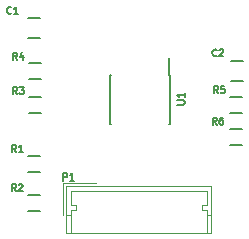
<source format=gto>
G04 #@! TF.FileFunction,Legend,Top*
%FSLAX46Y46*%
G04 Gerber Fmt 4.6, Leading zero omitted, Abs format (unit mm)*
G04 Created by KiCad (PCBNEW 4.0.4-1.fc24-product) date Fri Jan 12 12:54:40 2018*
%MOMM*%
%LPD*%
G01*
G04 APERTURE LIST*
%ADD10C,0.100000*%
%ADD11C,0.150000*%
%ADD12C,0.120000*%
G04 APERTURE END LIST*
D10*
D11*
X146600000Y-60050000D02*
X145600000Y-60050000D01*
X145600000Y-61750000D02*
X146600000Y-61750000D01*
X162800000Y-65350000D02*
X163800000Y-65350000D01*
X163800000Y-63650000D02*
X162800000Y-63650000D01*
X146600000Y-73075000D02*
X145600000Y-73075000D01*
X145600000Y-71725000D02*
X146600000Y-71725000D01*
X145600000Y-75025000D02*
X146600000Y-75025000D01*
X146600000Y-76375000D02*
X145600000Y-76375000D01*
X146700000Y-68075000D02*
X145700000Y-68075000D01*
X145700000Y-66725000D02*
X146700000Y-66725000D01*
X146700000Y-65175000D02*
X145700000Y-65175000D01*
X145700000Y-63825000D02*
X146700000Y-63825000D01*
X162700000Y-66725000D02*
X163700000Y-66725000D01*
X163700000Y-68075000D02*
X162700000Y-68075000D01*
X162700000Y-69425000D02*
X163700000Y-69425000D01*
X163700000Y-70775000D02*
X162700000Y-70775000D01*
X157675000Y-64825000D02*
X157530000Y-64825000D01*
X157675000Y-68975000D02*
X157530000Y-68975000D01*
X152525000Y-68975000D02*
X152670000Y-68975000D01*
X152525000Y-64825000D02*
X152670000Y-64825000D01*
X157675000Y-64825000D02*
X157675000Y-68975000D01*
X152525000Y-64825000D02*
X152525000Y-68975000D01*
X157530000Y-64825000D02*
X157530000Y-63425000D01*
D12*
X148850000Y-74250000D02*
X148850000Y-78200000D01*
X148850000Y-78200000D02*
X161150000Y-78200000D01*
X161150000Y-78200000D02*
X161150000Y-74250000D01*
X161150000Y-74250000D02*
X148850000Y-74250000D01*
X151350000Y-74000000D02*
X148600000Y-74000000D01*
X148600000Y-74000000D02*
X148600000Y-76750000D01*
X148850000Y-76700000D02*
X149250000Y-76700000D01*
X161150000Y-76700000D02*
X160750000Y-76700000D01*
X155000000Y-74650000D02*
X149250000Y-74650000D01*
X149250000Y-74650000D02*
X149250000Y-75900000D01*
X149250000Y-75900000D02*
X149650000Y-75900000D01*
X149650000Y-75900000D02*
X149650000Y-76300000D01*
X149650000Y-76300000D02*
X149250000Y-76300000D01*
X149250000Y-76300000D02*
X149250000Y-78200000D01*
X155000000Y-74650000D02*
X160750000Y-74650000D01*
X160750000Y-74650000D02*
X160750000Y-75900000D01*
X160750000Y-75900000D02*
X160350000Y-75900000D01*
X160350000Y-75900000D02*
X160350000Y-76300000D01*
X160350000Y-76300000D02*
X160750000Y-76300000D01*
X160750000Y-76300000D02*
X160750000Y-78200000D01*
D11*
X144200000Y-59614286D02*
X144171429Y-59642857D01*
X144085715Y-59671429D01*
X144028572Y-59671429D01*
X143942857Y-59642857D01*
X143885715Y-59585714D01*
X143857143Y-59528571D01*
X143828572Y-59414286D01*
X143828572Y-59328571D01*
X143857143Y-59214286D01*
X143885715Y-59157143D01*
X143942857Y-59100000D01*
X144028572Y-59071429D01*
X144085715Y-59071429D01*
X144171429Y-59100000D01*
X144200000Y-59128571D01*
X144771429Y-59671429D02*
X144428572Y-59671429D01*
X144600000Y-59671429D02*
X144600000Y-59071429D01*
X144542857Y-59157143D01*
X144485715Y-59214286D01*
X144428572Y-59242857D01*
X161600000Y-63214286D02*
X161571429Y-63242857D01*
X161485715Y-63271429D01*
X161428572Y-63271429D01*
X161342857Y-63242857D01*
X161285715Y-63185714D01*
X161257143Y-63128571D01*
X161228572Y-63014286D01*
X161228572Y-62928571D01*
X161257143Y-62814286D01*
X161285715Y-62757143D01*
X161342857Y-62700000D01*
X161428572Y-62671429D01*
X161485715Y-62671429D01*
X161571429Y-62700000D01*
X161600000Y-62728571D01*
X161828572Y-62728571D02*
X161857143Y-62700000D01*
X161914286Y-62671429D01*
X162057143Y-62671429D01*
X162114286Y-62700000D01*
X162142857Y-62728571D01*
X162171429Y-62785714D01*
X162171429Y-62842857D01*
X162142857Y-62928571D01*
X161800000Y-63271429D01*
X162171429Y-63271429D01*
X144600000Y-71371429D02*
X144400000Y-71085714D01*
X144257143Y-71371429D02*
X144257143Y-70771429D01*
X144485715Y-70771429D01*
X144542857Y-70800000D01*
X144571429Y-70828571D01*
X144600000Y-70885714D01*
X144600000Y-70971429D01*
X144571429Y-71028571D01*
X144542857Y-71057143D01*
X144485715Y-71085714D01*
X144257143Y-71085714D01*
X145171429Y-71371429D02*
X144828572Y-71371429D01*
X145000000Y-71371429D02*
X145000000Y-70771429D01*
X144942857Y-70857143D01*
X144885715Y-70914286D01*
X144828572Y-70942857D01*
X144600000Y-74671429D02*
X144400000Y-74385714D01*
X144257143Y-74671429D02*
X144257143Y-74071429D01*
X144485715Y-74071429D01*
X144542857Y-74100000D01*
X144571429Y-74128571D01*
X144600000Y-74185714D01*
X144600000Y-74271429D01*
X144571429Y-74328571D01*
X144542857Y-74357143D01*
X144485715Y-74385714D01*
X144257143Y-74385714D01*
X144828572Y-74128571D02*
X144857143Y-74100000D01*
X144914286Y-74071429D01*
X145057143Y-74071429D01*
X145114286Y-74100000D01*
X145142857Y-74128571D01*
X145171429Y-74185714D01*
X145171429Y-74242857D01*
X145142857Y-74328571D01*
X144800000Y-74671429D01*
X145171429Y-74671429D01*
X144700000Y-66471429D02*
X144500000Y-66185714D01*
X144357143Y-66471429D02*
X144357143Y-65871429D01*
X144585715Y-65871429D01*
X144642857Y-65900000D01*
X144671429Y-65928571D01*
X144700000Y-65985714D01*
X144700000Y-66071429D01*
X144671429Y-66128571D01*
X144642857Y-66157143D01*
X144585715Y-66185714D01*
X144357143Y-66185714D01*
X144900000Y-65871429D02*
X145271429Y-65871429D01*
X145071429Y-66100000D01*
X145157143Y-66100000D01*
X145214286Y-66128571D01*
X145242857Y-66157143D01*
X145271429Y-66214286D01*
X145271429Y-66357143D01*
X145242857Y-66414286D01*
X145214286Y-66442857D01*
X145157143Y-66471429D01*
X144985715Y-66471429D01*
X144928572Y-66442857D01*
X144900000Y-66414286D01*
X144700000Y-63571429D02*
X144500000Y-63285714D01*
X144357143Y-63571429D02*
X144357143Y-62971429D01*
X144585715Y-62971429D01*
X144642857Y-63000000D01*
X144671429Y-63028571D01*
X144700000Y-63085714D01*
X144700000Y-63171429D01*
X144671429Y-63228571D01*
X144642857Y-63257143D01*
X144585715Y-63285714D01*
X144357143Y-63285714D01*
X145214286Y-63171429D02*
X145214286Y-63571429D01*
X145071429Y-62942857D02*
X144928572Y-63371429D01*
X145300000Y-63371429D01*
X161700000Y-66371429D02*
X161500000Y-66085714D01*
X161357143Y-66371429D02*
X161357143Y-65771429D01*
X161585715Y-65771429D01*
X161642857Y-65800000D01*
X161671429Y-65828571D01*
X161700000Y-65885714D01*
X161700000Y-65971429D01*
X161671429Y-66028571D01*
X161642857Y-66057143D01*
X161585715Y-66085714D01*
X161357143Y-66085714D01*
X162242857Y-65771429D02*
X161957143Y-65771429D01*
X161928572Y-66057143D01*
X161957143Y-66028571D01*
X162014286Y-66000000D01*
X162157143Y-66000000D01*
X162214286Y-66028571D01*
X162242857Y-66057143D01*
X162271429Y-66114286D01*
X162271429Y-66257143D01*
X162242857Y-66314286D01*
X162214286Y-66342857D01*
X162157143Y-66371429D01*
X162014286Y-66371429D01*
X161957143Y-66342857D01*
X161928572Y-66314286D01*
X161600000Y-69071429D02*
X161400000Y-68785714D01*
X161257143Y-69071429D02*
X161257143Y-68471429D01*
X161485715Y-68471429D01*
X161542857Y-68500000D01*
X161571429Y-68528571D01*
X161600000Y-68585714D01*
X161600000Y-68671429D01*
X161571429Y-68728571D01*
X161542857Y-68757143D01*
X161485715Y-68785714D01*
X161257143Y-68785714D01*
X162114286Y-68471429D02*
X162000000Y-68471429D01*
X161942857Y-68500000D01*
X161914286Y-68528571D01*
X161857143Y-68614286D01*
X161828572Y-68728571D01*
X161828572Y-68957143D01*
X161857143Y-69014286D01*
X161885715Y-69042857D01*
X161942857Y-69071429D01*
X162057143Y-69071429D01*
X162114286Y-69042857D01*
X162142857Y-69014286D01*
X162171429Y-68957143D01*
X162171429Y-68814286D01*
X162142857Y-68757143D01*
X162114286Y-68728571D01*
X162057143Y-68700000D01*
X161942857Y-68700000D01*
X161885715Y-68728571D01*
X161857143Y-68757143D01*
X161828572Y-68814286D01*
X158271429Y-67357143D02*
X158757143Y-67357143D01*
X158814286Y-67328571D01*
X158842857Y-67300000D01*
X158871429Y-67242857D01*
X158871429Y-67128571D01*
X158842857Y-67071429D01*
X158814286Y-67042857D01*
X158757143Y-67014286D01*
X158271429Y-67014286D01*
X158871429Y-66414286D02*
X158871429Y-66757143D01*
X158871429Y-66585715D02*
X158271429Y-66585715D01*
X158357143Y-66642858D01*
X158414286Y-66700000D01*
X158442857Y-66757143D01*
X148597143Y-73791429D02*
X148597143Y-73191429D01*
X148825715Y-73191429D01*
X148882857Y-73220000D01*
X148911429Y-73248571D01*
X148940000Y-73305714D01*
X148940000Y-73391429D01*
X148911429Y-73448571D01*
X148882857Y-73477143D01*
X148825715Y-73505714D01*
X148597143Y-73505714D01*
X149511429Y-73791429D02*
X149168572Y-73791429D01*
X149340000Y-73791429D02*
X149340000Y-73191429D01*
X149282857Y-73277143D01*
X149225715Y-73334286D01*
X149168572Y-73362857D01*
M02*

</source>
